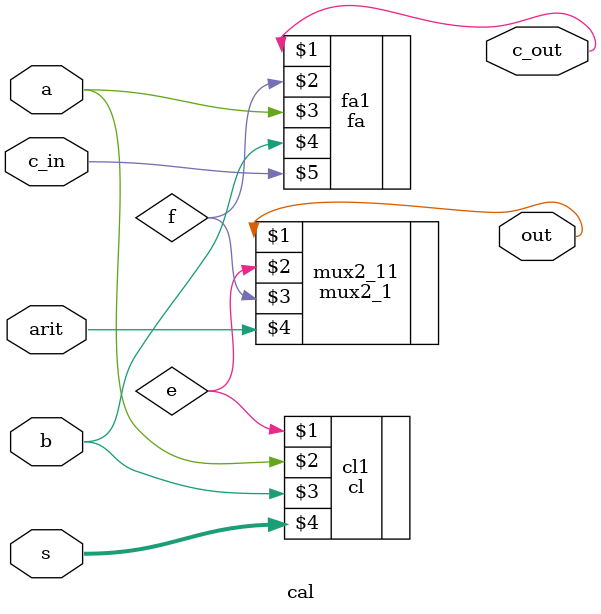
<source format=v>
module cal(output wire out, c_out, input wire a, b,arit,c_in, input wire [1:0] s);

wire e,f;
mux2_1 mux2_11(out,e,f,arit);
fa fa1(c_out,f,a,b,c_in);
cl cl1(e,a,b,s);

endmodule

</source>
